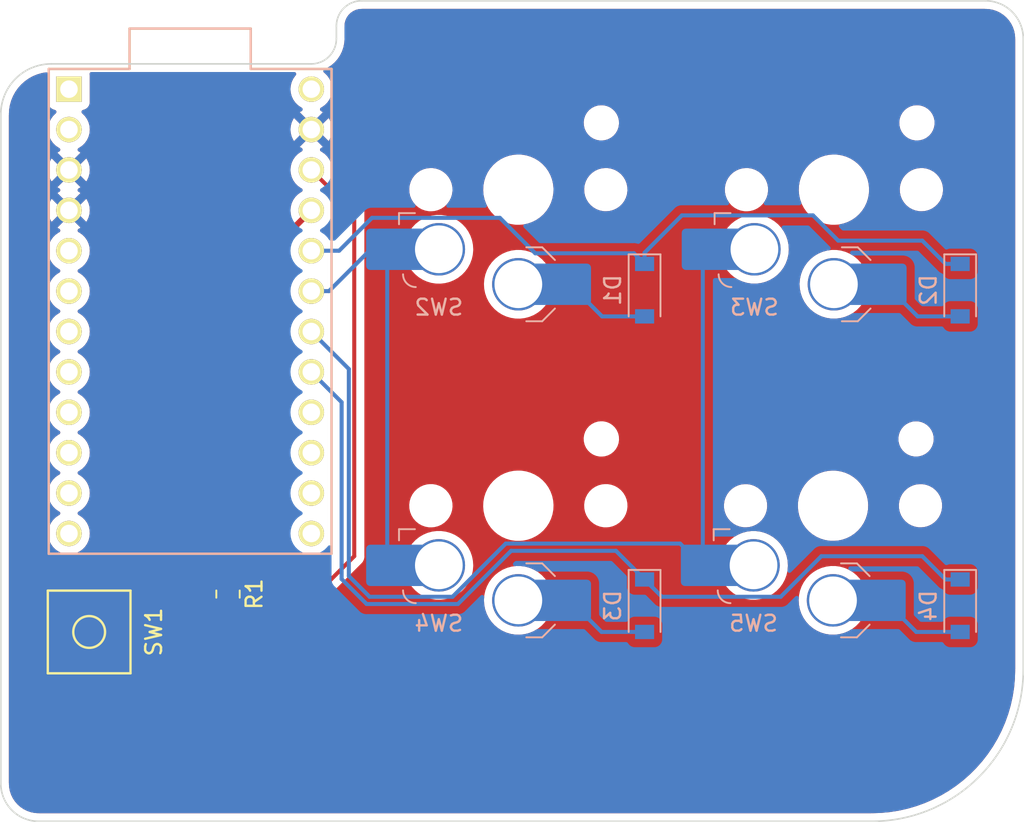
<source format=kicad_pcb>
(kicad_pcb (version 20211014) (generator pcbnew)
  (layers (0 "F.Cu" signal) (31 "B.Cu" signal) (34 "B.Paste" user) (35 "F.Paste" user) (36 "B.SilkS" user "B.Silkscreen") (37 "F.SilkS" user "F.Silkscreen") (38 "B.Mask" user) (39 "F.Mask" user) (44 "Edge.Cuts" user))
  (net 0 "")
  (net 1 "Net-(R1-Pad2)")
  (net 2 "COL1")
  (net 3 "COL0")
  (net 4 "ROW1")
  (net 5 "ROW0")
  (net 6 "Net-(D1-Pad2)")
  (net 7 "Net-(D2-Pad2)")
  (net 8 "Net-(D3-Pad2)")
  (net 9 "Net-(D4-Pad2)")
  (net 10 "+5V")
  (net 11 "GND")
  (footprint "random-keyboard-parts:SKQG-1155865" (layer "F.Cu") (at 102.39375 106.3625 90)
    (fp_text reference "SW1" (at 0 4.064 90) (layer "F.SilkS"))
    (fp_text value "reset")
    (fp_line (start 2.6 -2.6) (end 2.6 2.6) (layer "F.SilkS") (width 0.15))
    (fp_line (start -2.6 -2.6) (end 2.6 -2.6) (layer "F.SilkS") (width 0.15))
    (fp_line (start -2.6 2.6) (end -2.6 -2.6) (layer "F.SilkS") (width 0.15))
    (fp_line (start 2.6 2.6) (end -2.6 2.6) (layer "F.SilkS") (width 0.15))
    (fp_circle (center 0 0) (end 1 0) (layer "F.SilkS") (width 0.15) (fill none))
    (pad "1" smd rect locked (at 3.1 1.85 90) (size 1.8 1.1) (layers "F.Cu" "F.Paste" "F.Mask") (net 1 "Net-(R1-Pad2)"))
    (pad "2" smd rect locked (at -3.1 -1.85 90) (size 1.8 1.1) (layers "F.Cu" "F.Paste" "F.Mask") (net 11 "GND"))
    (pad "3" smd rect locked (at 3.1 -1.85 90) (size 1.8 1.1) (layers "F.Cu" "F.Paste" "F.Mask"))
    (pad "4" smd rect locked (at -3.1 1.85 90) (size 1.8 1.1) (layers "F.Cu" "F.Paste" "F.Mask"))
  )
  (footprint "promicro:ProMicro" (layer "F.Cu") (at 108.74375 86.20125 -90)
    (fp_text reference "U1" hide)
    (fp_text value "ProMicro")
    (fp_line (start -15.24 -8.89) (end 15.24 -8.89) (layer "B.SilkS") (width 0.15))
    (fp_line (start 15.24 -8.89) (end 15.24 8.89) (layer "B.SilkS") (width 0.15))
    (fp_line (start -17.78 -3.81) (end -15.24 -3.81) (layer "B.SilkS") (width 0.15))
    (fp_line (start -15.24 -3.81) (end -15.24 -8.89) (layer "B.SilkS") (width 0.15))
    (fp_line (start -15.24 3.81) (end -17.78 3.81) (layer "B.SilkS") (width 0.15))
    (fp_line (start -17.78 3.81) (end -17.78 -3.81) (layer "B.SilkS") (width 0.15))
    (fp_line (start 15.24 8.89) (end -15.24 8.89) (layer "B.SilkS") (width 0.15))
    (fp_line (start -15.24 8.89) (end -15.24 3.81) (layer "B.SilkS") (width 0.15))
    (fp_line (start -17.78 -3.81) (end -15.24 -3.81) (layer "F.SilkS") (width 0.15))
    (fp_line (start -15.24 3.81) (end -17.78 3.81) (layer "F.SilkS") (width 0.15))
    (fp_line (start -15.24 8.89) (end 15.24 8.89) (layer "F.SilkS") (width 0.15))
    (fp_line (start 15.24 -8.89) (end 15.24 8.89) (layer "F.SilkS") (width 0.15))
    (fp_line (start -15.24 -8.89) (end 15.24 -8.89) (layer "F.SilkS") (width 0.15))
    (fp_line (start -15.24 8.89) (end -15.24 3.81) (layer "F.SilkS") (width 0.15))
    (fp_line (start -15.24 -3.81) (end -15.24 -8.89) (layer "F.SilkS") (width 0.15))
    (fp_line (start -17.78 3.81) (end -17.78 -3.81) (layer "F.SilkS") (width 0.15))
    (pad "1" thru_hole rect locked (at -13.97 7.62 270) (size 1.6 1.6) (drill 1.1) (layers *.Cu *.Mask "F.SilkS"))
    (pad "2" thru_hole circle locked (at -11.43 7.62 270) (size 1.6 1.6) (drill 1.1) (layers *.Cu *.Mask "F.SilkS"))
    (pad "3" thru_hole circle locked (at -8.89 7.62 270) (size 1.6 1.6) (drill 1.1) (layers *.Cu *.Mask "F.SilkS") (net 11 "GND"))
    (pad "4" thru_hole circle locked (at -6.35 7.62 270) (size 1.6 1.6) (drill 1.1) (layers *.Cu *.Mask "F.SilkS") (net 11 "GND"))
    (pad "5" thru_hole circle locked (at -3.81 7.62 270) (size 1.6 1.6) (drill 1.1) (layers *.Cu *.Mask "F.SilkS"))
    (pad "6" thru_hole circle locked (at -1.27 7.62 270) (size 1.6 1.6) (drill 1.1) (layers *.Cu *.Mask "F.SilkS"))
    (pad "7" thru_hole circle locked (at 1.27 7.62 270) (size 1.6 1.6) (drill 1.1) (layers *.Cu *.Mask "F.SilkS"))
    (pad "8" thru_hole circle locked (at 3.81 7.62 270) (size 1.6 1.6) (drill 1.1) (layers *.Cu *.Mask "F.SilkS"))
    (pad "9" thru_hole circle locked (at 6.35 7.62 270) (size 1.6 1.6) (drill 1.1) (layers *.Cu *.Mask "F.SilkS"))
    (pad "10" thru_hole circle locked (at 8.89 7.62 270) (size 1.6 1.6) (drill 1.1) (layers *.Cu *.Mask "F.SilkS"))
    (pad "11" thru_hole circle locked (at 11.43 7.62 270) (size 1.6 1.6) (drill 1.1) (layers *.Cu *.Mask "F.SilkS"))
    (pad "12" thru_hole circle locked (at 13.97 7.62 270) (size 1.6 1.6) (drill 1.1) (layers *.Cu *.Mask "F.SilkS"))
    (pad "13" thru_hole circle locked (at 13.97 -7.62 270) (size 1.6 1.6) (drill 1.1) (layers *.Cu *.Mask "F.SilkS"))
    (pad "14" thru_hole circle locked (at 11.43 -7.62 270) (size 1.6 1.6) (drill 1.1) (layers *.Cu *.Mask "F.SilkS"))
    (pad "15" thru_hole circle locked (at 8.89 -7.62 270) (size 1.6 1.6) (drill 1.1) (layers *.Cu *.Mask "F.SilkS"))
    (pad "16" thru_hole circle locked (at 6.35 -7.62 270) (size 1.6 1.6) (drill 1.1) (layers *.Cu *.Mask "F.SilkS"))
    (pad "17" thru_hole circle locked (at 3.81 -7.62 270) (size 1.6 1.6) (drill 1.1) (layers *.Cu *.Mask "F.SilkS") (net 4 "ROW1"))
    (pad "18" thru_hole circle locked (at 1.27 -7.62 270) (size 1.6 1.6) (drill 1.1) (layers *.Cu *.Mask "F.SilkS") (net 2 "COL1"))
    (pad "19" thru_hole circle locked (at -1.27 -7.62 270) (size 1.6 1.6) (drill 1.1) (layers *.Cu *.Mask "F.SilkS") (net 3 "COL0"))
    (pad "20" thru_hole circle locked (at -3.81 -7.62 270) (size 1.6 1.6) (drill 1.1) (layers *.Cu *.Mask "F.SilkS") (net 5 "ROW0"))
    (pad "21" thru_hole circle locked (at -6.35 -7.62 270) (size 1.6 1.6) (drill 1.1) (layers *.Cu *.Mask "F.SilkS") (net 10 "+5V"))
    (pad "22" thru_hole circle locked (at -8.89 -7.62 270) (size 1.6 1.6) (drill 1.1) (layers *.Cu *.Mask "F.SilkS") (net 1 "Net-(R1-Pad2)"))
    (pad "23" thru_hole circle locked (at -11.43 -7.62 270) (size 1.6 1.6) (drill 1.1) (layers *.Cu *.Mask "F.SilkS") (net 11 "GND"))
    (pad "24" thru_hole circle locked (at -13.97 -7.62 270) (size 1.6 1.6) (drill 1.1) (layers *.Cu *.Mask "F.SilkS"))
  )
  (footprint "Resistor_SMD:R_0805_2012Metric" (layer "F.Cu") (at 111.125 103.98125 -90)
    (fp_text reference "R1" (at 0 -1.65 90) (layer "F.SilkS"))
    (fp_text value "10k")
    (fp_line (start -0.227064 -0.735) (end 0.227064 -0.735) (layer "F.SilkS") (width 0.12))
    (fp_line (start -0.227064 0.735) (end 0.227064 0.735) (layer "F.SilkS") (width 0.12))
    (pad "1" smd roundrect (at -0.9125 0 270) (size 1.025 1.4) (layers "F.Cu" "F.Paste" "F.Mask") (roundrect_rratio 0.243902439) (net 10 "+5V"))
    (pad "2" smd roundrect (at 0.9125 0 270) (size 1.025 1.4) (layers "F.Cu" "F.Paste" "F.Mask") (roundrect_rratio 0.243902439) (net 1 "Net-(R1-Pad2)"))
  )
  (footprint "marbastlib-choc:SW_choc_HS_1u" (layer "B.Cu") (at 149.225 78.55 180)
    (fp_text reference "SW3" (at 5 -7.4) (layer "B.SilkS") (effects (justify mirror)))
    (fp_text value "choc_SW_HS" hide)
    (fp_line (start -1.5 -8.275) (end -0.5 -8.275) (layer "B.SilkS") (width 0.12))
    (fp_line (start -1.5 -3.625) (end -0.5 -3.625) (layer "B.SilkS") (width 0.12))
    (fp_line (start 7.504 -1.475) (end 6.504 -1.475) (layer "B.SilkS") (width 0.12))
    (fp_line (start -2.3 -7.475) (end -1.5 -8.275) (layer "B.SilkS") (width 0.12))
    (fp_line (start -1.5 -3.625) (end -2.3 -4.425) (layer "B.SilkS") (width 0.12))
    (fp_line (start 7.504 -1.475) (end 7.504 -2.175) (layer "B.SilkS") (width 0.12))
    (fp_arc (start 6.45 -6.125) (mid 7.015685 -5.890685) (end 7.25 -5.325) (layer "B.SilkS") (width 0.12))
    (pad "" np_thru_hole circle (at 5.5 0) (size 1.7 1.7) (drill 1.7) (layers *.Cu *.Mask))
    (pad "" np_thru_hole circle (at -5.22 4.2) (size 1.2 1.2) (drill 1.2) (layers *.Cu *.Mask))
    (pad "" np_thru_hole circle (at 0 0) (size 3.4 3.4) (drill 3.4) (layers *.Cu *.Mask))
    (pad "" np_thru_hole circle (at -5.5 0) (size 1.7 1.7) (drill 1.7) (layers *.Cu *.Mask))
    (pad "1" smd rect (at 6.55 -3.75 180) (size 1.2 2.6) (layers "B.Cu") (net 2 "COL1"))
    (pad "1" thru_hole circle (at 5 -3.75 180) (size 3.3 3.3) (drill 3) (layers *.Cu "B.Mask") (net 2 "COL1"))
    (pad "1" smd roundrect (at 8.245 -3.75 180) (size 2.65 2.6) (layers "B.Cu" "B.Paste" "B.Mask") (roundrect_rratio 0.1) (net 2 "COL1"))
    (pad "2" smd roundrect (at -3.245 -5.95 180) (size 2.65 2.6) (layers "B.Cu" "B.Paste" "B.Mask") (roundrect_rratio 0.1) (net 7 "Net-(D2-Pad2)"))
    (pad "2" thru_hole circle (at 0 -5.95 180) (size 3.3 3.3) (drill 3) (layers *.Cu "B.Mask") (net 7 "Net-(D2-Pad2)"))
    (pad "2" smd rect (at -1.55 -5.95) (size 1.2 2.6) (layers "B.Cu") (net 7 "Net-(D2-Pad2)"))
  )
  (footprint "Diode_SMD:D_SOD-123" (layer "B.Cu") (at 137.31875 104.7125 -90)
    (fp_text reference "D3" (at 0 2 90) (layer "B.SilkS") (effects (justify mirror)))
    (fp_text value "SOD-123")
    (fp_line (start -2.25 -1) (end 1.65 -1) (layer "B.SilkS") (width 0.12))
    (fp_line (start -2.25 1) (end 1.65 1) (layer "B.SilkS") (width 0.12))
    (fp_line (start -2.25 1) (end -2.25 -1) (layer "B.SilkS") (width 0.12))
    (pad "1" smd rect (at -1.65 0 270) (size 0.9 1.2) (layers "B.Cu" "B.Paste" "B.Mask") (net 4 "ROW1"))
    (pad "2" smd rect (at 1.65 0 270) (size 0.9 1.2) (layers "B.Cu" "B.Paste" "B.Mask") (net 8 "Net-(D3-Pad2)"))
  )
  (footprint "Diode_SMD:D_SOD-123" (layer "B.Cu") (at 157.1625 84.86875 -90)
    (fp_text reference "D2" (at 0 2 90) (layer "B.SilkS") (effects (justify mirror)))
    (fp_text value "SOD-123")
    (fp_line (start -2.25 -1) (end 1.65 -1) (layer "B.SilkS") (width 0.12))
    (fp_line (start -2.25 1) (end -2.25 -1) (layer "B.SilkS") (width 0.12))
    (fp_line (start -2.25 1) (end 1.65 1) (layer "B.SilkS") (width 0.12))
    (pad "1" smd rect (at -1.65 0 270) (size 0.9 1.2) (layers "B.Cu" "B.Paste" "B.Mask") (net 5 "ROW0"))
    (pad "2" smd rect (at 1.65 0 270) (size 0.9 1.2) (layers "B.Cu" "B.Paste" "B.Mask") (net 7 "Net-(D2-Pad2)"))
  )
  (footprint "marbastlib-choc:SW_choc_HS_1u" (layer "B.Cu") (at 149.16875 98.425 180)
    (fp_text reference "SW5" (at 5 -7.4) (layer "B.SilkS") (effects (justify mirror)))
    (fp_text value "choc_SW_HS" hide)
    (fp_line (start 7.504 -1.475) (end 6.504 -1.475) (layer "B.SilkS") (width 0.12))
    (fp_line (start -1.5 -3.625) (end -2.3 -4.425) (layer "B.SilkS") (width 0.12))
    (fp_line (start -2.3 -7.475) (end -1.5 -8.275) (layer "B.SilkS") (width 0.12))
    (fp_line (start 7.504 -1.475) (end 7.504 -2.175) (layer "B.SilkS") (width 0.12))
    (fp_line (start -1.5 -8.275) (end -0.5 -8.275) (layer "B.SilkS") (width 0.12))
    (fp_line (start -1.5 -3.625) (end -0.5 -3.625) (layer "B.SilkS") (width 0.12))
    (fp_arc (start 6.45 -6.125) (mid 7.015685 -5.890685) (end 7.25 -5.325) (layer "B.SilkS") (width 0.12))
    (pad "" np_thru_hole circle (at -5.22 4.2) (size 1.2 1.2) (drill 1.2) (layers *.Cu *.Mask))
    (pad "" np_thru_hole circle (at 0 0) (size 3.4 3.4) (drill 3.4) (layers *.Cu *.Mask))
    (pad "" np_thru_hole circle (at -5.5 0) (size 1.7 1.7) (drill 1.7) (layers *.Cu *.Mask))
    (pad "" np_thru_hole circle (at 5.5 0) (size 1.7 1.7) (drill 1.7) (layers *.Cu *.Mask))
    (pad "1" smd rect (at 6.55 -3.75 180) (size 1.2 2.6) (layers "B.Cu") (net 2 "COL1"))
    (pad "1" smd roundrect (at 8.245 -3.75 180) (size 2.65 2.6) (layers "B.Cu" "B.Paste" "B.Mask") (roundrect_rratio 0.1) (net 2 "COL1"))
    (pad "1" thru_hole circle (at 5 -3.75 180) (size 3.3 3.3) (drill 3) (layers *.Cu "B.Mask") (net 2 "COL1"))
    (pad "2" smd rect (at -1.55 -5.95) (size 1.2 2.6) (layers "B.Cu") (net 9 "Net-(D4-Pad2)"))
    (pad "2" smd roundrect (at -3.245 -5.95 180) (size 2.65 2.6) (layers "B.Cu" "B.Paste" "B.Mask") (roundrect_rratio 0.1) (net 9 "Net-(D4-Pad2)"))
    (pad "2" thru_hole circle (at 0 -5.95 180) (size 3.3 3.3) (drill 3) (layers *.Cu "B.Mask") (net 9 "Net-(D4-Pad2)"))
  )
  (footprint "marbastlib-choc:SW_choc_HS_1u" (layer "B.Cu") (at 129.38125 98.425 180)
    (fp_text reference "SW4" (at 5 -7.4) (layer "B.SilkS") (effects (justify mirror)))
    (fp_text value "choc_SW_HS" hide)
    (fp_line (start 7.504 -1.475) (end 6.504 -1.475) (layer "B.SilkS") (width 0.12))
    (fp_line (start -1.5 -3.625) (end -0.5 -3.625) (layer "B.SilkS") (width 0.12))
    (fp_line (start 7.504 -1.475) (end 7.504 -2.175) (layer "B.SilkS") (width 0.12))
    (fp_line (start -1.5 -3.625) (end -2.3 -4.425) (layer "B.SilkS") (width 0.12))
    (fp_line (start -2.3 -7.475) (end -1.5 -8.275) (layer "B.SilkS") (width 0.12))
    (fp_line (start -1.5 -8.275) (end -0.5 -8.275) (layer "B.SilkS") (width 0.12))
    (fp_arc (start 6.45 -6.125) (mid 7.015685 -5.890685) (end 7.25 -5.325) (layer "B.SilkS") (width 0.12))
    (pad "" np_thru_hole circle (at 5.5 0) (size 1.7 1.7) (drill 1.7) (layers *.Cu *.Mask))
    (pad "" np_thru_hole circle (at -5.5 0) (size 1.7 1.7) (drill 1.7) (layers *.Cu *.Mask))
    (pad "" np_thru_hole circle (at -5.22 4.2) (size 1.2 1.2) (drill 1.2) (layers *.Cu *.Mask))
    (pad "" np_thru_hole circle (at 0 0) (size 3.4 3.4) (drill 3.4) (layers *.Cu *.Mask))
    (pad "1" thru_hole circle (at 5 -3.75 180) (size 3.3 3.3) (drill 3) (layers *.Cu "B.Mask") (net 3 "COL0"))
    (pad "1" smd rect (at 6.55 -3.75 180) (size 1.2 2.6) (layers "B.Cu") (net 3 "COL0"))
    (pad "1" smd roundrect (at 8.245 -3.75 180) (size 2.65 2.6) (layers "B.Cu" "B.Paste" "B.Mask") (roundrect_rratio 0.1) (net 3 "COL0"))
    (pad "2" thru_hole circle (at 0 -5.95 180) (size 3.3 3.3) (drill 3) (layers *.Cu "B.Mask") (net 8 "Net-(D3-Pad2)"))
    (pad "2" smd roundrect (at -3.245 -5.95 180) (size 2.65 2.6) (layers "B.Cu" "B.Paste" "B.Mask") (roundrect_rratio 0.1) (net 8 "Net-(D3-Pad2)"))
    (pad "2" smd rect (at -1.55 -5.95) (size 1.2 2.6) (layers "B.Cu") (net 8 "Net-(D3-Pad2)"))
  )
  (footprint "Diode_SMD:D_SOD-123" (layer "B.Cu") (at 157.1625 104.7125 -90)
    (fp_text reference "D4" (at 0 2 90) (layer "B.SilkS") (effects (justify mirror)))
    (fp_text value "SOD-123")
    (fp_line (start -2.25 1) (end -2.25 -1) (layer "B.SilkS") (width 0.12))
    (fp_line (start -2.25 -1) (end 1.65 -1) (layer "B.SilkS") (width 0.12))
    (fp_line (start -2.25 1) (end 1.65 1) (layer "B.SilkS") (width 0.12))
    (pad "1" smd rect (at -1.65 0 270) (size 0.9 1.2) (layers "B.Cu" "B.Paste" "B.Mask") (net 4 "ROW1"))
    (pad "2" smd rect (at 1.65 0 270) (size 0.9 1.2) (layers "B.Cu" "B.Paste" "B.Mask") (net 9 "Net-(D4-Pad2)"))
  )
  (footprint "marbastlib-choc:SW_choc_HS_1u" (layer "B.Cu") (at 129.38125 78.55 180)
    (fp_text reference "SW2" (at 5 -7.4) (layer "B.SilkS") (effects (justify mirror)))
    (fp_text value "choc_SW_HS" hide)
    (fp_line (start 7.504 -1.475) (end 7.504 -2.175) (layer "B.SilkS") (width 0.12))
    (fp_line (start -2.3 -7.475) (end -1.5 -8.275) (layer "B.SilkS") (width 0.12))
    (fp_line (start -1.5 -3.625) (end -2.3 -4.425) (layer "B.SilkS") (width 0.12))
    (fp_line (start -1.5 -8.275) (end -0.5 -8.275) (layer "B.SilkS") (width 0.12))
    (fp_line (start 7.504 -1.475) (end 6.504 -1.475) (layer "B.SilkS") (width 0.12))
    (fp_line (start -1.5 -3.625) (end -0.5 -3.625) (layer "B.SilkS") (width 0.12))
    (fp_arc (start 6.45 -6.125) (mid 7.015685 -5.890685) (end 7.25 -5.325) (layer "B.SilkS") (width 0.12))
    (pad "" np_thru_hole circle (at -5.5 0) (size 1.7 1.7) (drill 1.7) (layers *.Cu *.Mask))
    (pad "" np_thru_hole circle (at -5.22 4.2) (size 1.2 1.2) (drill 1.2) (layers *.Cu *.Mask))
    (pad "" np_thru_hole circle (at 0 0) (size 3.4 3.4) (drill 3.4) (layers *.Cu *.Mask))
    (pad "" np_thru_hole circle (at 5.5 0) (size 1.7 1.7) (drill 1.7) (layers *.Cu *.Mask))
    (pad "1" smd rect (at 6.55 -3.75 180) (size 1.2 2.6) (layers "B.Cu") (net 3 "COL0"))
    (pad "1" thru_hole circle (at 5 -3.75 180) (size 3.3 3.3) (drill 3) (layers *.Cu "B.Mask") (net 3 "COL0"))
    (pad "1" smd roundrect (at 8.245 -3.75 180) (size 2.65 2.6) (layers "B.Cu" "B.Paste" "B.Mask") (roundrect_rratio 0.1) (net 3 "COL0"))
    (pad "2" smd rect (at -1.55 -5.95) (size 1.2 2.6) (layers "B.Cu") (net 6 "Net-(D1-Pad2)"))
    (pad "2" smd roundrect (at -3.245 -5.95 180) (size 2.65 2.6) (layers "B.Cu" "B.Paste" "B.Mask") (roundrect_rratio 0.1) (net 6 "Net-(D1-Pad2)"))
    (pad "2" thru_hole circle (at 0 -5.95 180) (size 3.3 3.3) (drill 3) (layers *.Cu "B.Mask") (net 6 "Net-(D1-Pad2)"))
  )
  (footprint "Diode_SMD:D_SOD-123" (layer "B.Cu") (at 137.31875 84.86875 -90)
    (fp_text reference "D1" (at 0 2 90) (layer "B.SilkS") (effects (justify mirror)))
    (fp_text value "SOD-123")
    (fp_line (start -2.25 1) (end -2.25 -1) (layer "B.SilkS") (width 0.12))
    (fp_line (start -2.25 1) (end 1.65 1) (layer "B.SilkS") (width 0.12))
    (fp_line (start -2.25 -1) (end 1.65 -1) (layer "B.SilkS") (width 0.12))
    (pad "1" smd rect (at -1.65 0 270) (size 0.9 1.2) (layers "B.Cu" "B.Paste" "B.Mask") (net 5 "ROW0"))
    (pad "2" smd rect (at 1.65 0 270) (size 0.9 1.2) (layers "B.Cu" "B.Paste" "B.Mask") (net 6 "Net-(D1-Pad2)"))
  )
  (gr_line (start 161.13125 108.74375) (end 161.13125 69.05625) (layer "Edge.Cuts") (width 0.1))
  (gr_line (start 99.21875 118.26875) (end 151.60625 118.26875) (layer "Edge.Cuts") (width 0.1))
  (gr_line (start 96.8375 115.8875) (end 96.8375 73.81875) (layer "Edge.Cuts") (width 0.1))
  (gr_arc (start 117.939986 68.2625) (mid 118.404954 67.139968) (end 119.527486 66.675) (layer "Edge.Cuts") (width 0.1))
  (gr_line (start 116.352486 70.64375) (end 100.0125 70.64375) (layer "Edge.Cuts") (width 0.1))
  (gr_arc (start 158.75 66.675) (mid 160.433798 67.372452) (end 161.13125 69.05625) (layer "Edge.Cuts") (width 0.1))
  (gr_line (start 119.527486 66.675) (end 158.75 66.675) (layer "Edge.Cuts") (width 0.1))
  (gr_arc (start 117.939986 69.05625) (mid 117.475 70.17875) (end 116.352486 70.64375) (layer "Edge.Cuts") (width 0.1))
  (gr_line (start 117.939986 69.05625) (end 117.939986 68.2625) (layer "Edge.Cuts") (width 0.1))
  (gr_arc (start 161.13125 108.74375) (mid 158.341442 115.478942) (end 151.60625 118.26875) (layer "Edge.Cuts") (width 0.1))
  (gr_arc (start 96.8375 73.81875) (mid 97.767436 71.573686) (end 100.0125 70.64375) (layer "Edge.Cuts") (width 0.1))
  (gr_arc (start 99.21875 118.26875) (mid 97.534952 117.571298) (end 96.8375 115.8875) (layer "Edge.Cuts") (width 0.1))
  (segment (start 115.76875 104.89375) (end 119.0625 101.6) (width 0.254) (layer "F.Cu") (net 1))
  (segment (start 119.0625 101.6) (end 119.0625 80.01) (width 0.254) (layer "F.Cu") (net 1))
  (segment (start 111.125 104.89375) (end 115.76875 104.89375) (width 0.254) (layer "F.Cu") (net 1))
  (segment (start 119.0625 80.01) (end 116.36375 77.31125) (width 0.254) (layer "F.Cu") (net 1))
  (segment (start 107.23125 103.2625) (end 108.8625 104.89375) (width 0.254) (layer "F.Cu") (net 1))
  (segment (start 108.8625 104.89375) (end 111.125 104.89375) (width 0.254) (layer "F.Cu") (net 1))
  (segment (start 104.24375 103.2625) (end 107.23125 103.2625) (width 0.254) (layer "F.Cu") (net 1))
  (segment (start 128.5875 100.80625) (end 125.242239 104.151511) (width 0.254) (layer "B.Cu") (net 2))
  (segment (start 140.92375 102.175) (end 139.555 100.80625) (width 0.254) (layer "B.Cu") (net 2))
  (segment (start 120.026511 104.151511) (end 118.72227 102.84727) (width 0.254) (layer "B.Cu") (net 2))
  (segment (start 118.72227 102.84727) (end 118.72227 89.82977) (width 0.254) (layer "B.Cu") (net 2))
  (segment (start 125.242239 104.151511) (end 120.026511 104.151511) (width 0.254) (layer "B.Cu") (net 2))
  (segment (start 140.98 82.3) (end 140.98 102.11875) (width 0.254) (layer "B.Cu") (net 2))
  (segment (start 139.555 100.80625) (end 128.5875 100.80625) (width 0.254) (layer "B.Cu") (net 2))
  (segment (start 118.72227 89.82977) (end 116.36375 87.47125) (width 0.254) (layer "B.Cu") (net 2))
  (segment (start 120.10625 82.3) (end 117.475 84.93125) (width 0.254) (layer "B.Cu") (net 3))
  (segment (start 117.475 84.93125) (end 116.36375 84.93125) (width 0.254) (layer "B.Cu") (net 3))
  (segment (start 121.13625 82.3) (end 121.13625 102.175) (width 0.254) (layer "B.Cu") (net 3))
  (segment (start 145.879739 104.151511) (end 148.43125 101.6) (width 0.254) (layer "B.Cu") (net 4))
  (segment (start 118.26875 91.91625) (end 118.26875 103.035124) (width 0.254) (layer "B.Cu") (net 4))
  (segment (start 138.407761 104.151511) (end 145.879739 104.151511) (width 0.254) (layer "B.Cu") (net 4))
  (segment (start 125.582469 104.605031) (end 128.92773 101.25977) (width 0.254) (layer "B.Cu") (net 4))
  (segment (start 119.838657 104.605031) (end 125.582469 104.605031) (width 0.254) (layer "B.Cu") (net 4))
  (segment (start 148.43125 101.6) (end 154.78125 101.6) (width 0.254) (layer "B.Cu") (net 4))
  (segment (start 116.36375 90.01125) (end 118.26875 91.91625) (width 0.254) (layer "B.Cu") (net 4))
  (segment (start 156.24375 103.0625) (end 157.1625 103.0625) (width 0.254) (layer "B.Cu") (net 4))
  (segment (start 137.31875 103.0625) (end 138.407761 104.151511) (width 0.254) (layer "B.Cu") (net 4))
  (segment (start 118.26875 103.035124) (end 119.838657 104.605031) (width 0.254) (layer "B.Cu") (net 4))
  (segment (start 135.51602 101.25977) (end 137.31875 103.0625) (width 0.254) (layer "B.Cu") (net 4))
  (segment (start 128.92773 101.25977) (end 135.51602 101.25977) (width 0.254) (layer "B.Cu") (net 4))
  (segment (start 154.78125 101.6) (end 156.24375 103.0625) (width 0.254) (layer "B.Cu") (net 4))
  (segment (start 118.110536 82.39125) (end 116.36375 82.39125) (width 0.254) (layer "B.Cu") (net 5))
  (segment (start 130.444605 82.55) (end 128.218094 80.323489) (width 0.254) (layer "B.Cu") (net 5))
  (segment (start 149.494605 81.75625) (end 154.78125 81.75625) (width 0.254) (layer "B.Cu") (net 5))
  (segment (start 120.178297 80.323489) (end 118.110536 82.39125) (width 0.254) (layer "B.Cu") (net 5))
  (segment (start 137.31875 83.21875) (end 137.31875 82.51475) (width 0.254) (layer "B.Cu") (net 5))
  (segment (start 137.31875 83.21875) (end 136.65 82.55) (width 0.254) (layer "B.Cu") (net 5))
  (segment (start 136.65 82.55) (end 130.444605 82.55) (width 0.254) (layer "B.Cu") (net 5))
  (segment (start 147.907105 80.16875) (end 149.494605 81.75625) (width 0.254) (layer "B.Cu") (net 5))
  (segment (start 128.218094 80.323489) (end 120.178297 80.323489) (width 0.254) (layer "B.Cu") (net 5))
  (segment (start 154.78125 81.75625) (end 156.24375 83.21875) (width 0.254) (layer "B.Cu") (net 5))
  (segment (start 139.66475 80.16875) (end 147.907105 80.16875) (width 0.254) (layer "B.Cu") (net 5))
  (segment (start 137.31875 82.51475) (end 139.66475 80.16875) (width 0.254) (layer "B.Cu") (net 5))
  (segment (start 156.24375 83.21875) (end 157.1625 83.21875) (width 0.254) (layer "B.Cu") (net 5))
  (segment (start 132.62625 84.5) (end 134.645 86.51875) (width 0.254) (layer "B.Cu") (net 6))
  (segment (start 134.645 86.51875) (end 137.31875 86.51875) (width 0.254) (layer "B.Cu") (net 6))
  (segment (start 154.48875 86.51875) (end 157.1625 86.51875) (width 0.254) (layer "B.Cu") (net 7))
  (segment (start 152.47 84.5) (end 154.48875 86.51875) (width 0.254) (layer "B.Cu") (net 7))
  (segment (start 132.62625 104.375) (end 134.61375 106.3625) (width 0.254) (layer "B.Cu") (net 8))
  (segment (start 134.61375 106.3625) (end 137.31875 106.3625) (width 0.254) (layer "B.Cu") (net 8))
  (segment (start 152.41375 104.375) (end 154.40125 106.3625) (width 0.254) (layer "B.Cu") (net 9))
  (segment (start 154.40125 106.3625) (end 157.1625 106.3625) (width 0.254) (layer "B.Cu") (net 9))
  (segment (start 111.125 103.06875) (end 113.50625 100.6875) (width 0.381) (layer "F.Cu") (net 10))
  (segment (start 113.50625 100.6875) (end 113.50625 82.70875) (width 0.381) (layer "F.Cu") (net 10))
  (segment (start 113.50625 82.70875) (end 116.36375 79.85125) (width 0.381) (layer "F.Cu") (net 10))
  (segment (start 99.14375 109.4625) (end 98.425 108.74375) (width 0.381) (layer "F.Cu") (net 11))
  (segment (start 98.425 108.74375) (end 98.425 82.55) (width 0.381) (layer "F.Cu") (net 11))
  (segment (start 100.54375 109.4625) (end 99.14375 109.4625) (width 0.381) (layer "F.Cu") (net 11))
  (segment (start 98.425 82.55) (end 101.12375 79.85125) (width 0.381) (layer "F.Cu") (net 11))
  (zone (net 11) (net_name "GND") (layer "F.Cu") (connect_pads (clearance 0.508)) (min_thickness 0.254) (fill yes (thermal_gap 0.508) (thermal_bridge_width 0.508))
    (polygon (pts (xy 161.13125 118.26875) (xy 96.8375 118.26875) (xy 96.8375 66.675) (xy 161.13125 66.675)))
  )
  (zone (net 11) (net_name "GND") (layer "B.Cu") (connect_pads (clearance 0.508)) (min_thickness 0.254) (fill yes (thermal_gap 0.508) (thermal_bridge_width 0.508))
    (polygon (pts (xy 161.13125 118.26875) (xy 96.8375 118.26875) (xy 96.8375 66.675) (xy 161.13125 66.675)))
  )
)
</source>
